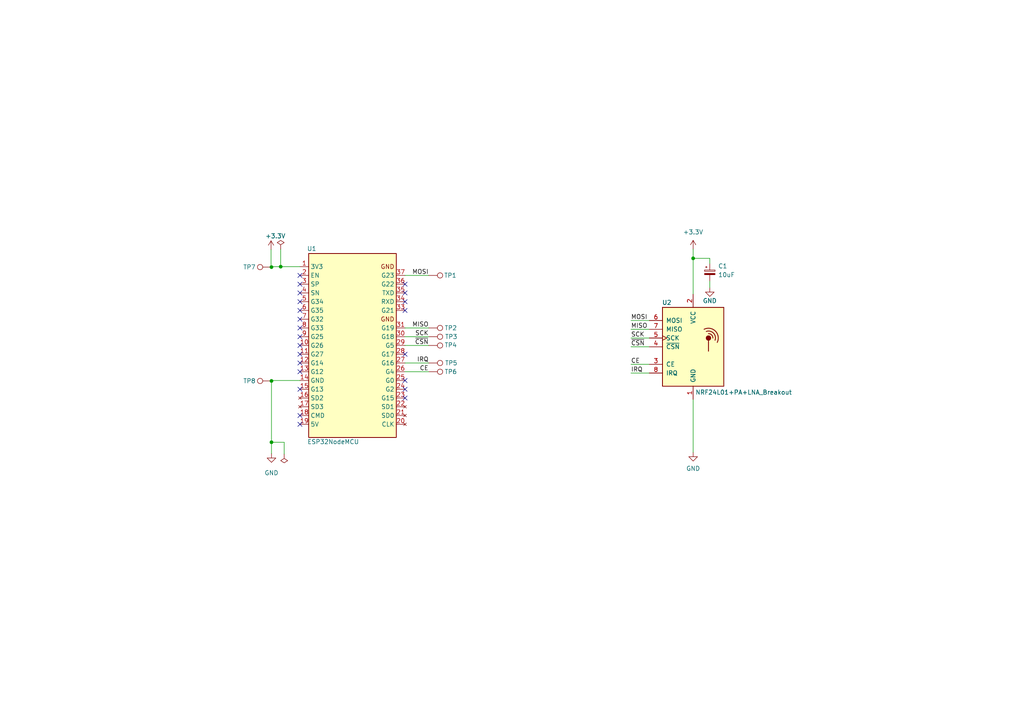
<source format=kicad_sch>
(kicad_sch (version 20211123) (generator eeschema)
  (paper "A4")
  (lib_symbols
    (symbol "Connector:TestPoint" (pin_numbers hide) (pin_names (offset 0.762) hide)
      (property "Reference" "TP" (at 0 6.858 0))
      (property "Value" "TestPoint" (at 0 5.08 0))
      (symbol "TestPoint_0_1"
        (circle (center 0 3.302) (radius 0.762))
      )
      (symbol "TestPoint_1_1"
        (pin passive line (at 0 0 90) (length 2.54) (name "1") (number "1"))
      )
    )
    (symbol "Device:C_Polarized_Small" (pin_numbers hide) (pin_names (offset 0.254) hide)
      (property "Reference" "C" (at 0.254 1.778 0))
      (property "Value" "C_Polarized_Small" (at 0.254 -2.032 0))
      (symbol "C_Polarized_Small_0_1"
        (rectangle (start -1.524 -0.3048) (end 1.524 -0.6858) (fill (type outline)))
        (rectangle (start -1.524 0.6858) (end 1.524 0.3048))
        (polyline (pts (xy -1.27 1.524) (xy -0.762 1.524)))
        (polyline (pts (xy -1.016 1.27) (xy -1.016 1.778)))
      )
      (symbol "C_Polarized_Small_1_1"
        (pin passive line (at 0 2.54 270) (length 1.8542) (name "~") (number "1"))
        (pin passive line (at 0 -2.54 90) (length 1.8542) (name "~") (number "2"))
      )
    )
    (symbol "ESP32-NodeMCU_WROOM_32:ESP32NodeMCU"
      (property "Reference" "U" (at -11.43 27.94 0))
      (property "Value" "ESP32NodeMCU" (at 3.81 27.94 0))
      (symbol "ESP32NodeMCU_0_0"
        (text "GND" (at 11.43 7.62 0) (effects (font (size 1.27 1.27))))
        (text "GND" (at 11.43 22.86 0) (effects (font (size 1.27 1.27))))
      )
      (symbol "ESP32NodeMCU_0_1"
        (rectangle (start -11.43 26.67) (end 13.97 -26.67) (stroke (width 0.254)) (fill (type background)))
      )
      (symbol "ESP32NodeMCU_1_1"
        (pin power_in line (at -13.97 22.86 0) (length 2.54) (name "3V3") (number "1"))
        (pin bidirectional line (at -13.97 0 0) (length 2.54) (name "G26") (number "10"))
        (pin bidirectional line (at -13.97 -2.54 0) (length 2.54) (name "G27") (number "11"))
        (pin bidirectional line (at -13.97 -5.08 0) (length 2.54) (name "G14") (number "12"))
        (pin bidirectional line (at -13.97 -7.62 0) (length 2.54) (name "G12") (number "13"))
        (pin power_in line (at -13.97 -10.16 0) (length 2.54) (name "GND") (number "14"))
        (pin bidirectional line (at -13.97 -12.7 0) (length 2.54) (name "G13") (number "15"))
        (pin no_connect line (at -13.97 -15.24 0) (length 2.54) (name "SD2") (number "16"))
        (pin no_connect line (at -13.97 -17.78 0) (length 2.54) (name "SD3") (number "17"))
        (pin input line (at -13.97 -20.32 0) (length 2.54) (name "CMD") (number "18"))
        (pin power_in line (at -13.97 -22.86 0) (length 2.54) (name "5V") (number "19"))
        (pin input line (at -13.97 20.32 0) (length 2.54) (name "EN") (number "2"))
        (pin no_connect line (at 16.51 -22.86 180) (length 2.54) (name "CLK") (number "20"))
        (pin no_connect line (at 16.51 -20.32 180) (length 2.54) (name "SD0") (number "21"))
        (pin no_connect line (at 16.51 -17.78 180) (length 2.54) (name "SD1") (number "22"))
        (pin bidirectional line (at 16.51 -15.24 180) (length 2.54) (name "G15") (number "23"))
        (pin bidirectional line (at 16.51 -12.7 180) (length 2.54) (name "G2") (number "24"))
        (pin bidirectional line (at 16.51 -10.16 180) (length 2.54) (name "G0") (number "25"))
        (pin bidirectional line (at 16.51 -7.62 180) (length 2.54) (name "G4") (number "26"))
        (pin bidirectional line (at 16.51 -5.08 180) (length 2.54) (name "G16") (number "27"))
        (pin bidirectional line (at 16.51 -2.54 180) (length 2.54) (name "G17") (number "28"))
        (pin bidirectional line (at 16.51 0 180) (length 2.54) (name "G5") (number "29"))
        (pin bidirectional line (at -13.97 17.78 0) (length 2.54) (name "SP") (number "3"))
        (pin bidirectional line (at 16.51 2.54 180) (length 2.54) (name "G18") (number "30"))
        (pin bidirectional line (at 16.51 5.08 180) (length 2.54) (name "G19") (number "31"))
        (pin passive line (at -13.97 -10.16 0) (length 2.54) hide (name "GND") (number "32"))
        (pin bidirectional line (at 16.51 10.16 180) (length 2.54) (name "G21") (number "33"))
        (pin bidirectional line (at 16.51 12.7 180) (length 2.54) (name "RXD") (number "34"))
        (pin bidirectional line (at 16.51 15.24 180) (length 2.54) (name "TXD") (number "35"))
        (pin bidirectional line (at 16.51 17.78 180) (length 2.54) (name "G22") (number "36"))
        (pin bidirectional line (at 16.51 20.32 180) (length 2.54) (name "G23") (number "37"))
        (pin passive line (at -13.97 -10.16 0) (length 2.54) hide (name "GND") (number "38"))
        (pin bidirectional line (at -13.97 15.24 0) (length 2.54) (name "SN") (number "4"))
        (pin input line (at -13.97 12.7 0) (length 2.54) (name "G34") (number "5"))
        (pin input line (at -13.97 10.16 0) (length 2.54) (name "G35") (number "6"))
        (pin bidirectional line (at -13.97 7.62 0) (length 2.54) (name "G32") (number "7"))
        (pin bidirectional line (at -13.97 5.08 0) (length 2.54) (name "G33") (number "8"))
        (pin bidirectional line (at -13.97 2.54 0) (length 2.54) (name "G25") (number "9"))
      )
    )
    (symbol "nRF24L01+PA+LNA:NRF24L01+PA+LNA_Breakout" (pin_names (offset 1.016))
      (property "Reference" "U" (at -8.89 12.7 0))
      (property "Value" "NRF24L01+PA+LNA_Breakout" (at 3.81 12.7 0))
      (symbol "NRF24L01+PA+LNA_Breakout_0_1"
        (rectangle (start -8.89 11.43) (end 8.89 -11.43) (stroke (width 0.254)) (fill (type background)))
        (polyline (pts (xy 4.445 1.905) (xy 4.445 -1.27)) (stroke (width 0.254)))
        (circle (center 4.445 2.54) (radius 0.635) (stroke (width 0.254)) (fill (type outline)))
        (arc (start 5.715 2.54) (mid 5.3521 3.4546) (end 4.445 3.81) (stroke (width 0.254)))
        (arc (start 6.35 1.905) (mid 5.8763 3.9854) (end 3.81 4.445) (stroke (width 0.254)))
        (arc (start 6.985 1.27) (mid 6.453 4.548) (end 3.175 5.08) (stroke (width 0.254)))
      )
      (symbol "NRF24L01+PA+LNA_Breakout_1_1"
        (pin power_in line (at 0 -15.24 90) (length 3.81) (name "GND") (number "1"))
        (pin power_in line (at 0 15.24 270) (length 3.81) (name "VCC") (number "2"))
        (pin input line (at -12.7 -5.08 0) (length 3.81) (name "CE") (number "3"))
        (pin input line (at -12.7 0 0) (length 3.81) (name "~{CSN}") (number "4"))
        (pin input clock (at -12.7 2.54 0) (length 3.81) (name "SCK") (number "5"))
        (pin input line (at -12.7 7.62 0) (length 3.81) (name "MOSI") (number "6"))
        (pin output line (at -12.7 5.08 0) (length 3.81) (name "MISO") (number "7"))
        (pin output line (at -12.7 -7.62 0) (length 3.81) (name "IRQ") (number "8"))
      )
    )
    (symbol "power:+3.3V" (power) (pin_names (offset 0))
      (property "Value" "+3.3V" (at 0 3.556 0))
      (symbol "+3.3V_0_1"
        (polyline (pts (xy -0.762 1.27) (xy 0 2.54)))
        (polyline (pts (xy 0 0) (xy 0 2.54)))
        (polyline (pts (xy 0 2.54) (xy 0.762 1.27)))
      )
      (symbol "+3.3V_1_1"
        (pin power_in line (at 0 0 90) (length 0) hide (name "+3.3V") (number "1"))
      )
    )
    (symbol "power:GND" (power) (pin_names (offset 0))
      (property "Value" "GND" (at 0 -3.81 0))
      (symbol "GND_0_1"
        (polyline (pts (xy 0 0) (xy 0 -1.27) (xy 1.27 -1.27) (xy 0 -2.54) (xy -1.27 -1.27) (xy 0 -1.27)))
      )
      (symbol "GND_1_1"
        (pin power_in line (at 0 0 270) (length 0) hide (name "GND") (number "1"))
      )
    )
    (symbol "power:PWR_FLAG" (power) (pin_numbers hide) (pin_names (offset 0) hide)
      (property "Value" "PWR_FLAG" (at 0 3.81 0))
      (symbol "PWR_FLAG_0_0"
        (pin power_out line (at 0 0 90) (length 0) (name "pwr") (number "1"))
      )
      (symbol "PWR_FLAG_0_1"
        (polyline (pts (xy 0 0) (xy 0 1.27) (xy -1.016 1.905) (xy 0 2.54) (xy 1.016 1.905) (xy 0 1.27)))
      )
    )
  )
  (junction (at 81.407 77.343))
  (junction (at 201.041 74.93))
  (junction (at 78.74 128.27))
  (junction (at 78.74 110.49))
  (junction (at 78.74 77.47))
  (no_connect (at 86.995 123.063))
  (no_connect (at 86.995 120.523))
  (no_connect (at 86.995 107.823))
  (no_connect (at 86.995 79.883))
  (no_connect (at 86.995 92.583))
  (no_connect (at 86.995 90.043))
  (no_connect (at 86.995 87.503))
  (no_connect (at 86.995 84.963))
  (no_connect (at 86.995 82.423))
  (no_connect (at 117.475 90.043))
  (no_connect (at 117.475 84.963))
  (no_connect (at 117.475 87.503))
  (no_connect (at 117.475 82.423))
  (no_connect (at 117.475 102.743))
  (no_connect (at 117.475 110.363))
  (no_connect (at 117.475 112.903))
  (no_connect (at 117.475 115.443))
  (no_connect (at 86.995 112.903))
  (no_connect (at 86.995 105.283))
  (no_connect (at 86.995 102.743))
  (no_connect (at 86.995 100.203))
  (no_connect (at 86.995 97.663))
  (no_connect (at 86.995 95.123))
  (wire (pts (xy 117.475 79.883) (xy 124.333 79.883)))
  (wire (pts (xy 117.475 105.283) (xy 124.333 105.283)))
  (wire (pts (xy 205.867 74.93) (xy 201.041 74.93)))
  (wire (pts (xy 183.007 100.584) (xy 188.341 100.584)))
  (wire (pts (xy 117.475 97.663) (xy 124.333 97.663)))
  (wire (pts (xy 78.74 110.363) (xy 86.995 110.363)))
  (wire (pts (xy 78.74 131.572) (xy 78.74 128.27)))
  (wire (pts (xy 117.475 95.123) (xy 124.333 95.123)))
  (wire (pts (xy 78.74 128.27) (xy 78.74 110.49)))
  (wire (pts (xy 205.867 76.454) (xy 205.867 74.93)))
  (wire (pts (xy 183.007 98.044) (xy 188.341 98.044)))
  (wire (pts (xy 117.475 107.823) (xy 124.333 107.823)))
  (wire (pts (xy 183.007 108.204) (xy 188.341 108.204)))
  (wire (pts (xy 205.867 81.534) (xy 205.867 83.439)))
  (wire (pts (xy 78.613 72.39) (xy 78.613 77.343)))
  (wire (pts (xy 201.041 115.824) (xy 201.041 131.191)))
  (wire (pts (xy 183.007 95.504) (xy 188.341 95.504)))
  (wire (pts (xy 183.007 105.664) (xy 188.341 105.664)))
  (wire (pts (xy 117.475 100.203) (xy 124.333 100.203)))
  (wire (pts (xy 81.407 77.343) (xy 86.995 77.343)))
  (wire (pts (xy 78.74 110.49) (xy 78.74 110.363)))
  (wire (pts (xy 201.041 85.344) (xy 201.041 74.93)))
  (wire (pts (xy 81.407 72.263) (xy 81.407 77.343)))
  (wire (pts (xy 201.041 74.93) (xy 201.041 72.263)))
  (wire (pts (xy 82.423 128.27) (xy 78.74 128.27)))
  (wire (pts (xy 183.007 92.964) (xy 188.341 92.964)))
  (wire (pts (xy 78.613 77.343) (xy 81.407 77.343)))
  (wire (pts (xy 82.423 131.699) (xy 82.423 128.27)))
  (label "CE" (at 124.333 107.823 180))
  (label "IRQ" (at 124.333 105.283 180))
  (label "~{CSN}" (at 124.333 100.203 180))
  (label "MISO" (at 124.333 95.123 180))
  (label "SCK" (at 183.007 98.044 0))
  (label "MOSI" (at 183.007 92.964 0))
  (label "~{CSN}" (at 183.007 100.584 0))
  (label "MOSI" (at 124.333 79.883 180))
  (label "MISO" (at 183.007 95.504 0))
  (label "CE" (at 183.007 105.664 0))
  (label "IRQ" (at 183.007 108.204 0))
  (label "SCK" (at 124.333 97.663 180))
  (symbol (lib_id "ESP32-NodeMCU_WROOM_32:ESP32NodeMCU") (at 100.965 100.203 0) (unit 1)
    (property "Reference" "U1" (at 90.424 72.136 0))
    (property "Value" "ESP32NodeMCU" (at 96.647 128.143 0))
    (property "Footprint" "ESP32-NodeMCU_WROOM_32:ESP32-NodeMCU_WROOM_32" (effects hide))
  )
  (symbol (lib_id "Connector:TestPoint") (at 124.333 95.123 270) (unit 1)
    (property "Reference" "TP2" (at 128.905 95.123 90) (effects (justify left)))
    (property "Value" "TestPoint" (effects hide))
    (property "Footprint" "TestPoint:TestPoint_THTPad_D1.5mm_Drill0.7mm" (effects hide))
  )
  (symbol (lib_id "power:GND") (at 201.041 131.191 0) (unit 1)
    (property "Reference" "#PWR04" (effects hide))
    (property "Value" "GND" (at 201.041 135.89 0))
  )
  (symbol (lib_id "power:GND") (at 78.74 131.572 0) (unit 1)
    (property "Reference" "#PWR02" (effects hide))
    (property "Value" "GND" (at 78.74 137.16 0))
  )
  (symbol (lib_id "Device:C_Polarized_Small") (at 205.867 78.994 0) (unit 1)
    (property "Reference" "C1" (at 208.28 77.1778 0) (effects (justify left)))
    (property "Value" "10uF" (at 208.28 79.7178 0) (effects (justify left)))
    (property "Footprint" "Capacitor_THT:CP_Radial_D5.0mm_P2.50mm" (effects hide))
    (property "Manf" "https://www.reichelt.de/de/de/elko-radial-10-f-25-v-105-4-x-7-mm-rm-2-5-ga-a-10u-25-3-p228366.html?r=1" (effects hide))
  )
  (symbol (lib_id "power:PWR_FLAG") (at 81.407 72.263 0) (unit 1)
    (property "Reference" "#FLG0101" (effects hide))
    (property "Value" "PWR_FLAG" (effects hide))
  )
  (symbol (lib_id "Connector:TestPoint") (at 124.333 107.823 270) (unit 1)
    (property "Reference" "TP6" (at 128.905 107.823 90) (effects (justify left)))
    (property "Value" "TestPoint" (effects hide))
    (property "Footprint" "TestPoint:TestPoint_THTPad_D1.5mm_Drill0.7mm" (effects hide))
  )
  (symbol (lib_id "Connector:TestPoint") (at 124.333 97.663 270) (unit 1)
    (property "Reference" "TP3" (at 129.032 97.663 90) (effects (justify left)))
    (property "Value" "TestPoint" (effects hide))
    (property "Footprint" "TestPoint:TestPoint_THTPad_D1.5mm_Drill0.7mm" (effects hide))
  )
  (symbol (lib_id "nRF24L01+PA+LNA:NRF24L01+PA+LNA_Breakout") (at 201.041 100.584 0) (unit 1)
    (property "Reference" "U2" (at 192.024 87.757 0) (effects (justify left)))
    (property "Value" "NRF24L01+PA+LNA_Breakout" (at 201.676 113.792 0) (effects (justify left)))
    (property "Footprint" "nRF24L01+PA+LNA_Breakout:nRF24L01+PA+LNA_Breakout" (effects hide))
    (property "Datasheet" "http://www.nordicsemi.com/eng/content/download/2730/34105/file/nRF24L01_Product_Specification_v2_0.pdf" (effects hide))
  )
  (symbol (lib_id "Connector:TestPoint") (at 78.74 110.49 90) (unit 1)
    (property "Reference" "TP8" (at 74.168 110.49 90) (effects (justify left)))
    (property "Value" "TestPoint" (effects hide))
    (property "Footprint" "TestPoint:TestPoint_THTPad_D1.5mm_Drill0.7mm" (effects hide))
  )
  (symbol (lib_id "Connector:TestPoint") (at 124.333 79.883 270) (unit 1)
    (property "Reference" "TP1" (at 128.778 79.883 90) (effects (justify left)))
    (property "Value" "TestPoint" (effects hide))
    (property "Footprint" "TestPoint:TestPoint_THTPad_D1.5mm_Drill0.7mm" (effects hide))
  )
  (symbol (lib_id "power:+3.3V") (at 78.613 72.39 0) (unit 1)
    (property "Reference" "#PWR01" (effects hide))
    (property "Value" "+3.3V" (at 79.883 68.453 0))
  )
  (symbol (lib_id "power:+3.3V") (at 201.041 72.263 0) (unit 1)
    (property "Reference" "#PWR03" (effects hide))
    (property "Value" "+3.3V" (at 201.041 67.31 0))
  )
  (symbol (lib_id "Connector:TestPoint") (at 124.333 105.283 270) (unit 1)
    (property "Reference" "TP5" (at 129.032 105.283 90) (effects (justify left)))
    (property "Value" "TestPoint" (effects hide))
    (property "Footprint" "TestPoint:TestPoint_THTPad_D1.5mm_Drill0.7mm" (effects hide))
  )
  (symbol (lib_id "Connector:TestPoint") (at 124.333 100.203 270) (unit 1)
    (property "Reference" "TP4" (at 128.905 100.076 90) (effects (justify left)))
    (property "Value" "TestPoint" (effects hide))
    (property "Footprint" "TestPoint:TestPoint_THTPad_D1.5mm_Drill0.7mm" (effects hide))
  )
  (symbol (lib_id "power:PWR_FLAG") (at 82.423 131.699 180) (unit 1)
    (property "Reference" "#FLG0102" (effects hide))
    (property "Value" "PWR_FLAG" (effects hide))
  )
  (symbol (lib_id "Connector:TestPoint") (at 78.74 77.47 90) (unit 1)
    (property "Reference" "TP7" (at 74.168 77.47 90) (effects (justify left)))
    (property "Value" "TestPoint" (effects hide))
    (property "Footprint" "TestPoint:TestPoint_THTPad_D1.5mm_Drill0.7mm" (effects hide))
  )
  (symbol (lib_id "power:GND") (at 205.867 83.439 0) (unit 1)
    (property "Reference" "#PWR05" (effects hide))
    (property "Value" "GND" (at 205.867 87.249 0))
  )
)
</source>
